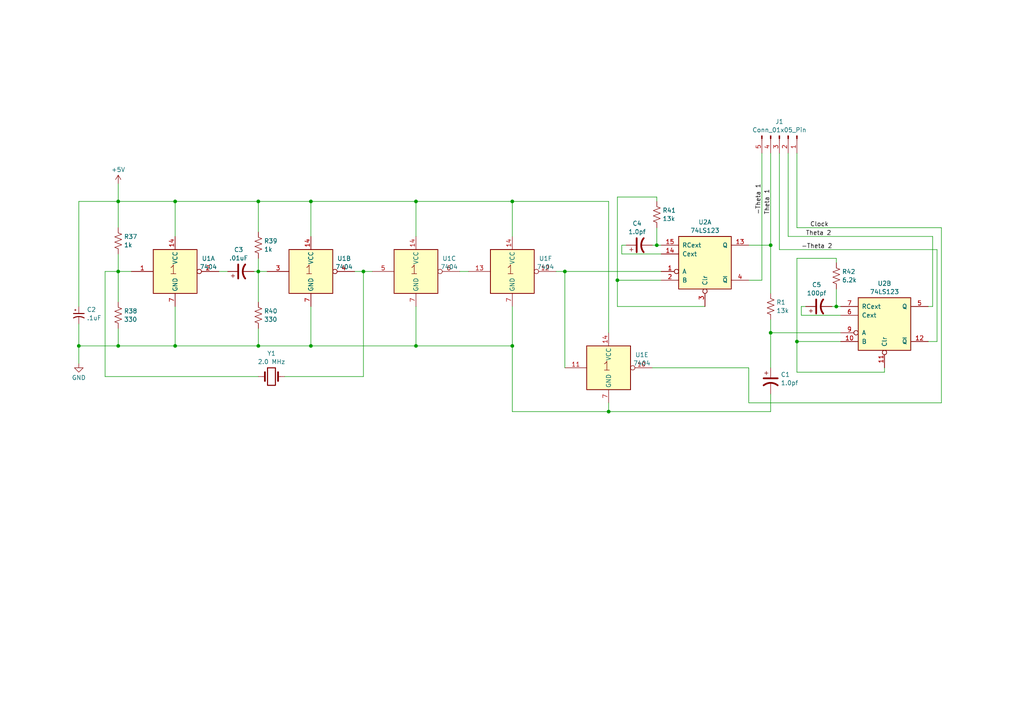
<source format=kicad_sch>
(kicad_sch (version 20230121) (generator eeschema)
  (paper "A4")
  (title_block (title "Altair 8800 - System Clock"))
  (lib_symbols
    (symbol "74xx:74LS123" (pin_names (offset 1.016))
      (property "Reference" "U" (at -7.62 8.89 0))
      (property "Value" "74LS123" (at -7.62 -8.89 0))
      (symbol "74LS123_1_0"
        (pin input inverted (at -12.7 -2.54 0) (length 5.08) (name "A") (number "1"))
        (pin output line (at 12.7 5.08 180) (length 5.08) (name "Q") (number "13"))
        (pin input line (at -12.7 2.54 0) (length 5.08) (name "Cext") (number "14"))
        (pin input line (at -12.7 5.08 0) (length 5.08) (name "RCext") (number "15"))
        (pin input line (at -12.7 -5.08 0) (length 5.08) (name "B") (number "2"))
        (pin input inverted (at 0 -12.7 90) (length 5.08) (name "Clr") (number "3"))
        (pin output line (at 12.7 -5.08 180) (length 5.08) (name "~{Q}") (number "4"))
      )
      (symbol "74LS123_1_1"
        (rectangle (start -7.62 7.62) (end 7.62 -7.62) (stroke (width 0.254)) (fill (type background)))
      )
      (symbol "74LS123_2_0"
        (pin input line (at -12.7 -5.08 0) (length 5.08) (name "B") (number "10"))
        (pin input inverted (at 0 -12.7 90) (length 5.08) (name "Clr") (number "11"))
        (pin output line (at 12.7 -5.08 180) (length 5.08) (name "~{Q}") (number "12"))
        (pin output line (at 12.7 5.08 180) (length 5.08) (name "Q") (number "5"))
        (pin input line (at -12.7 2.54 0) (length 5.08) (name "Cext") (number "6"))
        (pin input line (at -12.7 5.08 0) (length 5.08) (name "RCext") (number "7"))
        (pin input inverted (at -12.7 -2.54 0) (length 5.08) (name "A") (number "9"))
      )
      (symbol "74LS123_2_1"
        (rectangle (start -7.62 7.62) (end 7.62 -7.62) (stroke (width 0.254)) (fill (type background)))
      )
      (symbol "74LS123_3_0"
        (pin power_in line (at 0 12.7 270) (length 5.08) (name "VCC") (number "16"))
        (pin power_in line (at 0 -12.7 90) (length 5.08) (name "GND") (number "8"))
      )
      (symbol "74LS123_3_1"
        (rectangle (start -5.08 7.62) (end 5.08 -7.62) (stroke (width 0.254)) (fill (type background)))
      )
    )
    (symbol "74xx_IEEE:7404"
      (property "Reference" "U" (at 5.08 7.62 0))
      (property "Value" "7404" (at 3.81 -8.89 0))
      (symbol "7404_0_0"
        (text "1" (at -0.508 0.508 0) (effects (font (size 2.54 2.54))))
      )
      (symbol "7404_0_1"
        (rectangle (start -6.35 6.35) (end 6.35 -6.35) (stroke (width 0.254)) (fill (type background)))
        (pin power_in line (at 0 10.16 270) (length 3.81) (name "VCC") (number "14"))
        (pin power_in line (at 0 -10.16 90) (length 3.81) (name "GND") (number "7"))
      )
      (symbol "7404_1_1"
        (pin input line (at -12.7 0 0) (length 6.35) (name "~") (number "1"))
        (pin input inverted (at 12.7 0 180) (length 6.35) (name "~") (number "2"))
      )
      (symbol "7404_2_1"
        (pin input line (at -12.7 0 0) (length 6.35) (name "~") (number "3"))
        (pin input inverted (at 12.7 0 180) (length 6.35) (name "~") (number "4"))
      )
      (symbol "7404_3_1"
        (pin input line (at -12.7 0 0) (length 6.35) (name "~") (number "5"))
        (pin input inverted (at 12.7 0 180) (length 6.35) (name "~") (number "6"))
      )
      (symbol "7404_4_1"
        (pin input inverted (at 12.7 0 180) (length 6.35) (name "~") (number "8"))
        (pin input line (at -12.7 0 0) (length 6.35) (name "~") (number "9"))
      )
      (symbol "7404_5_1"
        (pin input inverted (at 12.7 0 180) (length 6.35) (name "~") (number "10"))
        (pin input line (at -12.7 0 0) (length 6.35) (name "~") (number "11"))
      )
      (symbol "7404_6_1"
        (pin input inverted (at 12.7 0 180) (length 6.35) (name "~") (number "12"))
        (pin input line (at -12.7 0 0) (length 6.35) (name "~") (number "13"))
      )
    )
    (symbol "Connector:Conn_01x05_Pin" (pin_names (offset 1.016) hide)
      (property "Reference" "J" (at 0 7.62 0))
      (property "Value" "Conn_01x05_Pin" (at 0 -7.62 0))
      (symbol "Conn_01x05_Pin_1_1"
        (polyline (pts (xy 1.27 -5.08) (xy 0.8636 -5.08)) (stroke (width 0.1524)))
        (polyline (pts (xy 1.27 -2.54) (xy 0.8636 -2.54)) (stroke (width 0.1524)))
        (polyline (pts (xy 1.27 0) (xy 0.8636 0)) (stroke (width 0.1524)))
        (polyline (pts (xy 1.27 2.54) (xy 0.8636 2.54)) (stroke (width 0.1524)))
        (polyline (pts (xy 1.27 5.08) (xy 0.8636 5.08)) (stroke (width 0.1524)))
        (rectangle (start 0.8636 -4.953) (end 0 -5.207) (stroke (width 0.1524)) (fill (type outline)))
        (rectangle (start 0.8636 -2.413) (end 0 -2.667) (stroke (width 0.1524)) (fill (type outline)))
        (rectangle (start 0.8636 0.127) (end 0 -0.127) (stroke (width 0.1524)) (fill (type outline)))
        (rectangle (start 0.8636 2.667) (end 0 2.413) (stroke (width 0.1524)) (fill (type outline)))
        (rectangle (start 0.8636 5.207) (end 0 4.953) (stroke (width 0.1524)) (fill (type outline)))
        (pin passive line (at 5.08 5.08 180) (length 3.81) (name "Pin_1") (number "1"))
        (pin passive line (at 5.08 2.54 180) (length 3.81) (name "Pin_2") (number "2"))
        (pin passive line (at 5.08 0 180) (length 3.81) (name "Pin_3") (number "3"))
        (pin passive line (at 5.08 -2.54 180) (length 3.81) (name "Pin_4") (number "4"))
        (pin passive line (at 5.08 -5.08 180) (length 3.81) (name "Pin_5") (number "5"))
      )
    )
    (symbol "Device:C_Polarized_Small_US" (pin_numbers hide) (pin_names (offset 0.254) hide)
      (property "Reference" "C" (at 0.254 1.778 0))
      (property "Value" "C_Polarized_Small_US" (at 0.254 -2.032 0))
      (symbol "C_Polarized_Small_US_0_1"
        (polyline (pts (xy -1.524 0.508) (xy 1.524 0.508)) (stroke (width 0.3048)))
        (polyline (pts (xy -1.27 1.524) (xy -0.762 1.524)))
        (polyline (pts (xy -1.016 1.27) (xy -1.016 1.778)))
        (arc (start 1.524 -0.762) (mid 0 -0.3734) (end -1.524 -0.762) (stroke (width 0.3048)))
      )
      (symbol "C_Polarized_Small_US_1_1"
        (pin passive line (at 0 2.54 270) (length 2.032) (name "~") (number "1"))
        (pin passive line (at 0 -2.54 90) (length 2.032) (name "~") (number "2"))
      )
    )
    (symbol "Device:C_Polarized_US" (pin_numbers hide) (pin_names (offset 0.254) hide)
      (property "Reference" "C" (at 0.635 2.54 0))
      (property "Value" "C_Polarized_US" (at 0.635 -2.54 0))
      (symbol "C_Polarized_US_0_1"
        (polyline (pts (xy -2.032 0.762) (xy 2.032 0.762)) (stroke (width 0.508)))
        (polyline (pts (xy -1.778 2.286) (xy -0.762 2.286)))
        (polyline (pts (xy -1.27 1.778) (xy -1.27 2.794)))
        (arc (start 2.032 -1.27) (mid 0 -0.5572) (end -2.032 -1.27) (stroke (width 0.508)))
      )
      (symbol "C_Polarized_US_1_1"
        (pin passive line (at 0 3.81 270) (length 2.794) (name "~") (number "1"))
        (pin passive line (at 0 -3.81 90) (length 3.302) (name "~") (number "2"))
      )
    )
    (symbol "Device:Crystal" (pin_numbers hide) (pin_names (offset 1.016) hide)
      (property "Reference" "Y" (at 0 3.81 0))
      (property "Value" "Crystal" (at 0 -3.81 0))
      (symbol "Crystal_0_1"
        (rectangle (start -1.143 2.54) (end 1.143 -2.54) (stroke (width 0.3048)))
        (polyline (pts (xy -2.54 0) (xy -1.905 0)))
        (polyline (pts (xy -1.905 -1.27) (xy -1.905 1.27)) (stroke (width 0.508)))
        (polyline (pts (xy 1.905 -1.27) (xy 1.905 1.27)) (stroke (width 0.508)))
        (polyline (pts (xy 2.54 0) (xy 1.905 0)))
      )
      (symbol "Crystal_1_1"
        (pin passive line (at -3.81 0 0) (length 1.27) (name "1") (number "1"))
        (pin passive line (at 3.81 0 180) (length 1.27) (name "2") (number "2"))
      )
    )
    (symbol "Device:R_US" (pin_numbers hide) (pin_names (offset 0))
      (property "Reference" "R" (at 2.54 0 90))
      (property "Value" "R_US" (at -2.54 0 90))
      (symbol "R_US_0_1"
        (polyline (pts (xy 0 -2.286) (xy 0 -2.54)))
        (polyline (pts (xy 0 2.286) (xy 0 2.54)))
        (polyline (pts (xy 0 -0.762) (xy 1.016 -1.143) (xy 0 -1.524) (xy -1.016 -1.905) (xy 0 -2.286)))
        (polyline (pts (xy 0 0.762) (xy 1.016 0.381) (xy 0 0) (xy -1.016 -0.381) (xy 0 -0.762)))
        (polyline (pts (xy 0 2.286) (xy 1.016 1.905) (xy 0 1.524) (xy -1.016 1.143) (xy 0 0.762)))
      )
      (symbol "R_US_1_1"
        (pin passive line (at 0 3.81 270) (length 1.27) (name "~") (number "1"))
        (pin passive line (at 0 -3.81 90) (length 1.27) (name "~") (number "2"))
      )
    )
    (symbol "power:+5V" (power) (pin_names (offset 0))
      (property "Value" "+5V" (at 0 3.556 0))
      (symbol "+5V_0_1"
        (polyline (pts (xy -0.762 1.27) (xy 0 2.54)))
        (polyline (pts (xy 0 0) (xy 0 2.54)))
        (polyline (pts (xy 0 2.54) (xy 0.762 1.27)))
      )
      (symbol "+5V_1_1"
        (pin power_in line (at 0 0 90) (length 0) hide (name "+5V") (number "1"))
      )
    )
    (symbol "power:GND" (power) (pin_names (offset 0))
      (property "Value" "GND" (at 0 -3.81 0))
      (symbol "GND_0_1"
        (polyline (pts (xy 0 0) (xy 0 -1.27) (xy 1.27 -1.27) (xy 0 -2.54) (xy -1.27 -1.27) (xy 0 -1.27)))
      )
      (symbol "GND_1_1"
        (pin power_in line (at 0 0 270) (length 0) hide (name "GND") (number "1"))
      )
    )
  )
  (junction (at 120.65 100.33))
  (junction (at 242.57 88.9))
  (junction (at 120.65 58.42))
  (junction (at 223.52 96.52))
  (junction (at 90.17 58.42))
  (junction (at 179.07 81.28))
  (junction (at 176.53 119.38))
  (junction (at 74.93 58.42))
  (junction (at 148.59 100.33))
  (junction (at 34.29 58.42))
  (junction (at 50.8 58.42))
  (junction (at 90.17 100.33))
  (junction (at 231.14 99.06))
  (junction (at 190.5 71.12))
  (junction (at 74.93 100.33))
  (junction (at 148.59 58.42))
  (junction (at 22.86 100.33))
  (junction (at 74.93 78.74))
  (junction (at 50.8 100.33))
  (junction (at 34.29 100.33))
  (junction (at 163.83 78.74))
  (junction (at 34.29 78.74))
  (junction (at 223.52 71.12))
  (junction (at 105.41 78.74))
  (wire (pts (xy 179.07 88.9) (xy 179.07 81.28)))
  (wire (pts (xy 50.8 58.42) (xy 74.93 58.42)))
  (wire (pts (xy 231.14 74.93) (xy 231.14 99.06)))
  (wire (pts (xy 190.5 58.42) (xy 190.5 57.15)))
  (wire (pts (xy 90.17 100.33) (xy 120.65 100.33)))
  (wire (pts (xy 179.07 57.15) (xy 179.07 81.28)))
  (wire (pts (xy 50.8 100.33) (xy 74.93 100.33)))
  (wire (pts (xy 22.86 88.9) (xy 22.86 58.42)))
  (wire (pts (xy 50.8 58.42) (xy 34.29 58.42)))
  (wire (pts (xy 204.47 88.9) (xy 179.07 88.9)))
  (wire (pts (xy 217.17 71.12) (xy 223.52 71.12)))
  (wire (pts (xy 74.93 78.74) (xy 74.93 87.63)))
  (wire (pts (xy 163.83 78.74) (xy 161.29 78.74)))
  (wire (pts (xy 223.52 119.38) (xy 176.53 119.38)))
  (wire (pts (xy 243.84 91.44) (xy 232.41 91.44)))
  (wire (pts (xy 223.52 96.52) (xy 223.52 92.71)))
  (wire (pts (xy 74.93 78.74) (xy 77.47 78.74)))
  (wire (pts (xy 256.54 107.95) (xy 231.14 107.95)))
  (wire (pts (xy 63.5 78.74) (xy 66.04 78.74)))
  (wire (pts (xy 226.06 72.39) (xy 271.78 72.39)))
  (wire (pts (xy 22.86 100.33) (xy 34.29 100.33)))
  (wire (pts (xy 231.14 99.06) (xy 243.84 99.06)))
  (wire (pts (xy 30.48 78.74) (xy 34.29 78.74)))
  (wire (pts (xy 176.53 119.38) (xy 148.59 119.38)))
  (wire (pts (xy 190.5 57.15) (xy 179.07 57.15)))
  (wire (pts (xy 223.52 71.12) (xy 223.52 85.09)))
  (wire (pts (xy 148.59 119.38) (xy 148.59 100.33)))
  (wire (pts (xy 256.54 106.68) (xy 256.54 107.95)))
  (wire (pts (xy 34.29 78.74) (xy 34.29 87.63)))
  (wire (pts (xy 74.93 95.25) (xy 74.93 100.33)))
  (wire (pts (xy 120.65 58.42) (xy 148.59 58.42)))
  (wire (pts (xy 148.59 88.9) (xy 148.59 100.33)))
  (wire (pts (xy 163.83 106.68) (xy 163.83 78.74)))
  (wire (pts (xy 22.86 58.42) (xy 34.29 58.42)))
  (wire (pts (xy 133.35 78.74) (xy 135.89 78.74)))
  (wire (pts (xy 242.57 83.82) (xy 242.57 88.9)))
  (wire (pts (xy 223.52 44.45) (xy 223.52 71.12)))
  (wire (pts (xy 82.55 109.22) (xy 105.41 109.22)))
  (wire (pts (xy 176.53 96.52) (xy 176.53 58.42)))
  (wire (pts (xy 270.51 88.9) (xy 270.51 68.58)))
  (wire (pts (xy 189.23 71.12) (xy 190.5 71.12)))
  (wire (pts (xy 189.23 106.68) (xy 217.17 106.68)))
  (wire (pts (xy 232.41 91.44) (xy 232.41 88.9)))
  (wire (pts (xy 271.78 99.06) (xy 269.24 99.06)))
  (wire (pts (xy 105.41 109.22) (xy 105.41 78.74)))
  (wire (pts (xy 242.57 74.93) (xy 231.14 74.93)))
  (wire (pts (xy 34.29 73.66) (xy 34.29 78.74)))
  (wire (pts (xy 231.14 66.04) (xy 231.14 44.45)))
  (wire (pts (xy 74.93 100.33) (xy 90.17 100.33)))
  (wire (pts (xy 241.3 88.9) (xy 242.57 88.9)))
  (wire (pts (xy 243.84 96.52) (xy 223.52 96.52)))
  (wire (pts (xy 50.8 58.42) (xy 50.8 68.58)))
  (wire (pts (xy 223.52 96.52) (xy 223.52 106.68)))
  (wire (pts (xy 242.57 88.9) (xy 243.84 88.9)))
  (wire (pts (xy 73.66 78.74) (xy 74.93 78.74)))
  (wire (pts (xy 105.41 78.74) (xy 102.87 78.74)))
  (wire (pts (xy 217.17 116.84) (xy 273.05 116.84)))
  (wire (pts (xy 90.17 58.42) (xy 120.65 58.42)))
  (wire (pts (xy 120.65 88.9) (xy 120.65 100.33)))
  (wire (pts (xy 176.53 58.42) (xy 148.59 58.42)))
  (wire (pts (xy 34.29 100.33) (xy 34.29 95.25)))
  (wire (pts (xy 74.93 67.31) (xy 74.93 58.42)))
  (wire (pts (xy 180.34 73.66) (xy 180.34 71.12)))
  (wire (pts (xy 217.17 81.28) (xy 220.98 81.28)))
  (wire (pts (xy 242.57 76.2) (xy 242.57 74.93)))
  (wire (pts (xy 163.83 78.74) (xy 191.77 78.74)))
  (wire (pts (xy 190.5 66.04) (xy 190.5 71.12)))
  (wire (pts (xy 190.5 71.12) (xy 191.77 71.12)))
  (wire (pts (xy 179.07 81.28) (xy 191.77 81.28)))
  (wire (pts (xy 105.41 78.74) (xy 107.95 78.74)))
  (wire (pts (xy 50.8 100.33) (xy 34.29 100.33)))
  (wire (pts (xy 273.05 66.04) (xy 231.14 66.04)))
  (wire (pts (xy 271.78 72.39) (xy 271.78 99.06)))
  (wire (pts (xy 22.86 100.33) (xy 22.86 105.41)))
  (wire (pts (xy 232.41 88.9) (xy 233.68 88.9)))
  (wire (pts (xy 191.77 73.66) (xy 180.34 73.66)))
  (wire (pts (xy 34.29 78.74) (xy 38.1 78.74)))
  (wire (pts (xy 120.65 100.33) (xy 148.59 100.33)))
  (wire (pts (xy 217.17 106.68) (xy 217.17 116.84)))
  (wire (pts (xy 34.29 58.42) (xy 34.29 66.04)))
  (wire (pts (xy 220.98 44.45) (xy 220.98 81.28)))
  (wire (pts (xy 231.14 107.95) (xy 231.14 99.06)))
  (wire (pts (xy 148.59 68.58) (xy 148.59 58.42)))
  (wire (pts (xy 74.93 74.93) (xy 74.93 78.74)))
  (wire (pts (xy 90.17 88.9) (xy 90.17 100.33)))
  (wire (pts (xy 228.6 68.58) (xy 228.6 44.45)))
  (wire (pts (xy 30.48 109.22) (xy 30.48 78.74)))
  (wire (pts (xy 50.8 88.9) (xy 50.8 100.33)))
  (wire (pts (xy 74.93 58.42) (xy 90.17 58.42)))
  (wire (pts (xy 226.06 44.45) (xy 226.06 72.39)))
  (wire (pts (xy 180.34 71.12) (xy 181.61 71.12)))
  (wire (pts (xy 223.52 114.3) (xy 223.52 119.38)))
  (wire (pts (xy 273.05 116.84) (xy 273.05 66.04)))
  (wire (pts (xy 22.86 93.98) (xy 22.86 100.33)))
  (wire (pts (xy 269.24 88.9) (xy 270.51 88.9)))
  (wire (pts (xy 34.29 53.34) (xy 34.29 58.42)))
  (wire (pts (xy 270.51 68.58) (xy 228.6 68.58)))
  (wire (pts (xy 74.93 109.22) (xy 30.48 109.22)))
  (wire (pts (xy 90.17 68.58) (xy 90.17 58.42)))
  (wire (pts (xy 176.53 119.38) (xy 176.53 116.84)))
  (wire (pts (xy 120.65 68.58) (xy 120.65 58.42)))
  (label "Theta 1" (at 223.52 62.23 90))
  (label "Clock" (at 234.95 66.04 0))
  (label "Theta 2" (at 233.68 68.58 0))
  (label "-Theta 2" (at 232.41 72.39 0))
  (label "-Theta 1" (at 220.98 62.23 90))
  (symbol (lib_id "Device:R_US") (at 74.93 71.12 0) (unit 1)
    (property "Reference" "R39" (at 76.581 69.9079 0) (effects (justify left)))
    (property "Value" "1k" (at 76.581 72.3321 0) (effects (justify left)))
  )
  (symbol (lib_id "74xx_IEEE:7404") (at 90.17 78.74 0) (unit 2)
    (property "Reference" "U1" (at 99.8122 74.9768 0))
    (property "Value" "7404" (at 99.8122 77.401 0))
  )
  (symbol (lib_id "Device:R_US") (at 74.93 91.44 0) (unit 1)
    (property "Reference" "R40" (at 76.581 90.2279 0) (effects (justify left)))
    (property "Value" "330" (at 76.581 92.6521 0) (effects (justify left)))
  )
  (symbol (lib_id "Connector:Conn_01x05_Pin") (at 226.06 39.37 270) (unit 1)
    (property "Reference" "J1" (at 226.06 35.2765 90))
    (property "Value" "Conn_01x05_Pin" (at 226.06 37.7007 90))
  )
  (symbol (lib_id "Device:Crystal") (at 78.74 109.22 0) (unit 1)
    (property "Reference" "Y1" (at 78.74 102.5103 0))
    (property "Value" "2.0 MHz" (at 78.74 104.9345 0))
  )
  (symbol (lib_id "Device:R_US") (at 242.57 80.01 0) (unit 1)
    (property "Reference" "R42" (at 244.221 78.7979 0) (effects (justify left)))
    (property "Value" "6.2k" (at 244.221 81.2221 0) (effects (justify left)))
  )
  (symbol (lib_id "74xx_IEEE:7404") (at 176.53 106.68 0) (unit 5)
    (property "Reference" "U1" (at 186.1722 102.9168 0))
    (property "Value" "7404" (at 186.1722 105.341 0))
  )
  (symbol (lib_id "Device:C_Polarized_US") (at 185.42 71.12 90) (unit 1)
    (property "Reference" "C4" (at 184.785 64.8167 90))
    (property "Value" "1.0pf" (at 184.785 67.2409 90))
  )
  (symbol (lib_id "74xx:74LS123") (at 256.54 93.98 0) (unit 2)
    (property "Reference" "U2" (at 256.54 82.2157 0))
    (property "Value" "74LS123" (at 256.54 84.6399 0))
    (property "Datasheet" "http://www.ti.com/lit/gpn/sn74LS123" (effects hide))
  )
  (symbol (lib_id "Device:C_Polarized_US") (at 223.52 110.49 0) (unit 1)
    (property "Reference" "C1" (at 226.441 108.6429 0) (effects (justify left)))
    (property "Value" "1.0pf" (at 226.441 111.0671 0) (effects (justify left)))
  )
  (symbol (lib_id "Device:C_Polarized_US") (at 69.85 78.74 90) (unit 1)
    (property "Reference" "C3" (at 69.215 72.4367 90))
    (property "Value" ".01uF" (at 69.215 74.8609 90))
  )
  (symbol (lib_id "74xx_IEEE:7404") (at 120.65 78.74 0) (unit 3)
    (property "Reference" "U1" (at 130.2922 74.9768 0))
    (property "Value" "7404" (at 130.2922 77.401 0))
  )
  (symbol (lib_id "power:GND") (at 22.86 105.41 0) (unit 1)
    (property "Reference" "#PWR02" (effects hide))
    (property "Value" "GND" (at 22.86 109.5431 0))
  )
  (symbol (lib_id "Device:R_US") (at 34.29 69.85 0) (unit 1)
    (property "Reference" "R37" (at 35.941 68.6379 0) (effects (justify left)))
    (property "Value" "1k" (at 35.941 71.0621 0) (effects (justify left)))
  )
  (symbol (lib_id "power:+5V") (at 34.29 53.34 0) (unit 1)
    (property "Reference" "#PWR01" (effects hide))
    (property "Value" "+5V" (at 34.29 49.2069 0))
  )
  (symbol (lib_id "Device:R_US") (at 34.29 91.44 0) (unit 1)
    (property "Reference" "R38" (at 35.941 90.2279 0) (effects (justify left)))
    (property "Value" "330" (at 35.941 92.6521 0) (effects (justify left)))
  )
  (symbol (lib_id "74xx_IEEE:7404") (at 50.8 78.74 0) (unit 1)
    (property "Reference" "U1" (at 60.4422 74.9768 0))
    (property "Value" "7404" (at 60.4422 77.401 0))
  )
  (symbol (lib_id "74xx_IEEE:7404") (at 148.59 78.74 0) (unit 6)
    (property "Reference" "U1" (at 158.2322 74.9768 0))
    (property "Value" "7404" (at 158.2322 77.401 0))
  )
  (symbol (lib_id "Device:R_US") (at 190.5 62.23 0) (unit 1)
    (property "Reference" "R41" (at 192.151 61.0179 0) (effects (justify left)))
    (property "Value" "13k" (at 192.151 63.4421 0) (effects (justify left)))
  )
  (symbol (lib_id "74xx:74LS123") (at 204.47 76.2 0) (unit 1)
    (property "Reference" "U2" (at 204.47 64.4357 0))
    (property "Value" "74LS123" (at 204.47 66.8599 0))
    (property "Datasheet" "http://www.ti.com/lit/gpn/sn74LS123" (effects hide))
  )
  (symbol (lib_id "Device:R_US") (at 223.52 88.9 0) (unit 1)
    (property "Reference" "R1" (at 225.171 87.6879 0) (effects (justify left)))
    (property "Value" "13k" (at 225.171 90.1121 0) (effects (justify left)))
  )
  (symbol (lib_id "Device:C_Polarized_US") (at 237.49 88.9 90) (unit 1)
    (property "Reference" "C5" (at 236.855 82.5967 90))
    (property "Value" "100pf" (at 236.855 85.0209 90))
  )
  (symbol (lib_id "Device:C_Polarized_Small_US") (at 22.86 91.44 0) (unit 1)
    (property "Reference" "C2" (at 25.1714 89.7961 0) (effects (justify left)))
    (property "Value" ".1uF" (at 25.1714 92.2203 0) (effects (justify left)))
  )
)
</source>
